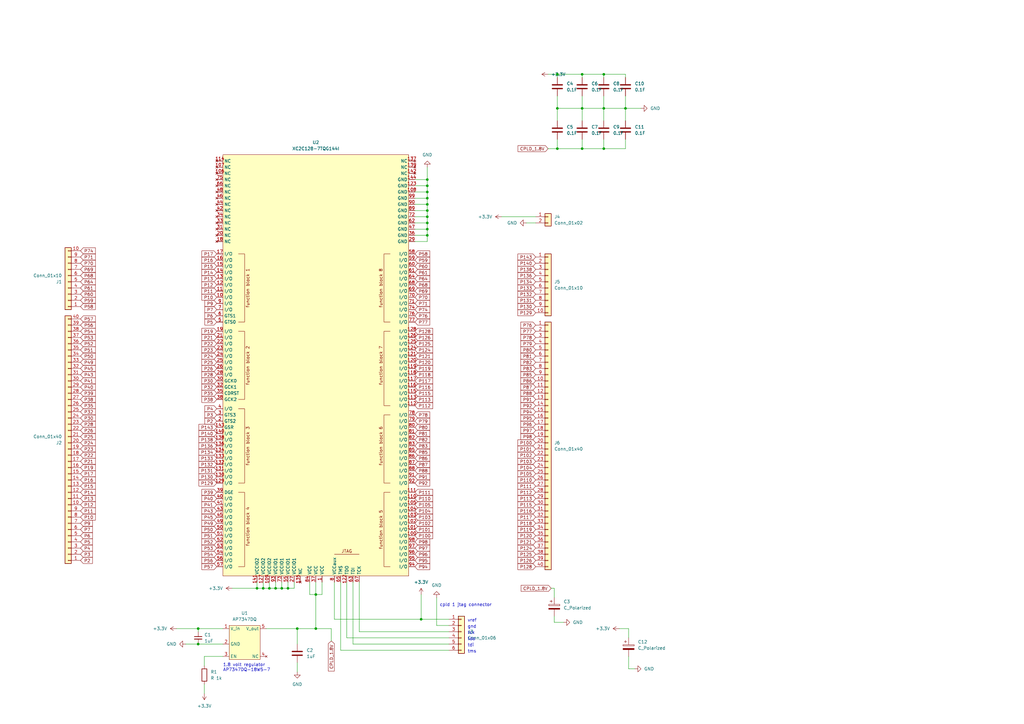
<source format=kicad_sch>
(kicad_sch (version 20211123) (generator eeschema)
  (paper "A3")
  (junction (at 175.26 93.98))
  (junction (at 247.65 60.96))
  (junction (at 172.72 254))
  (junction (at 228.6 44.45))
  (junction (at 175.26 76.2))
  (junction (at 115.57 241.3))
  (junction (at 105.41 241.3))
  (junction (at 256.54 44.45))
  (junction (at 247.65 30.48))
  (junction (at 129.54 243.84))
  (junction (at 247.65 44.45))
  (junction (at 113.03 241.3))
  (junction (at 175.26 96.52))
  (junction (at 238.76 44.45))
  (junction (at 228.6 30.48))
  (junction (at 228.6 60.96))
  (junction (at 110.49 241.3))
  (junction (at 238.76 30.48))
  (junction (at 118.11 241.3))
  (junction (at 175.26 83.82))
  (junction (at 175.26 73.66))
  (junction (at 175.26 88.9))
  (junction (at 175.26 78.74))
  (junction (at 121.92 257.81))
  (junction (at 107.95 241.3))
  (junction (at 129.54 257.81))
  (junction (at 175.26 91.44))
  (junction (at 175.26 81.28))
  (junction (at 81.28 264.16))
  (junction (at 81.28 257.81))
  (junction (at 175.26 86.36))
  (junction (at 238.76 60.96))
  (wire (pts (xy 175.26 81.28) (xy 175.26 83.82)))
  (wire (pts (xy 129.54 243.84) (xy 132.08 243.84)))
  (wire (pts (xy 247.65 30.48) (xy 247.65 31.75)))
  (wire (pts (xy 127 238.76) (xy 127 243.84)))
  (wire (pts (xy 83.82 269.24) (xy 91.44 269.24)))
  (wire (pts (xy 238.76 57.15) (xy 238.76 60.96)))
  (wire (pts (xy 184.15 259.08) (xy 147.32 259.08)))
  (wire (pts (xy 260.35 274.32) (xy 257.81 274.32)))
  (wire (pts (xy 227.33 241.3) (xy 227.33 245.11)))
  (wire (pts (xy 247.65 57.15) (xy 247.65 60.96)))
  (wire (pts (xy 175.26 76.2) (xy 175.26 78.74)))
  (wire (pts (xy 228.6 30.48) (xy 238.76 30.48)))
  (wire (pts (xy 175.26 78.74) (xy 175.26 81.28)))
  (wire (pts (xy 215.9 91.44) (xy 219.71 91.44)))
  (wire (pts (xy 238.76 39.37) (xy 238.76 44.45)))
  (wire (pts (xy 205.74 88.9) (xy 219.71 88.9)))
  (wire (pts (xy 224.79 30.48) (xy 228.6 30.48)))
  (wire (pts (xy 256.54 57.15) (xy 256.54 60.96)))
  (wire (pts (xy 254 257.81) (xy 257.81 257.81)))
  (wire (pts (xy 147.32 259.08) (xy 147.32 238.76)))
  (wire (pts (xy 170.18 83.82) (xy 175.26 83.82)))
  (wire (pts (xy 228.6 44.45) (xy 238.76 44.45)))
  (wire (pts (xy 228.6 39.37) (xy 228.6 44.45)))
  (wire (pts (xy 170.18 93.98) (xy 175.26 93.98)))
  (wire (pts (xy 228.6 44.45) (xy 228.6 49.53)))
  (wire (pts (xy 110.49 238.76) (xy 110.49 241.3)))
  (wire (pts (xy 228.6 60.96) (xy 224.79 60.96)))
  (wire (pts (xy 110.49 241.3) (xy 113.03 241.3)))
  (wire (pts (xy 127 243.84) (xy 129.54 243.84)))
  (wire (pts (xy 238.76 60.96) (xy 228.6 60.96)))
  (wire (pts (xy 120.65 241.3) (xy 120.65 238.76)))
  (wire (pts (xy 256.54 44.45) (xy 256.54 49.53)))
  (wire (pts (xy 107.95 238.76) (xy 107.95 241.3)))
  (wire (pts (xy 129.54 238.76) (xy 129.54 243.84)))
  (wire (pts (xy 256.54 30.48) (xy 256.54 31.75)))
  (wire (pts (xy 81.28 257.81) (xy 81.28 259.08)))
  (wire (pts (xy 184.15 254) (xy 172.72 254)))
  (wire (pts (xy 83.82 273.05) (xy 83.82 269.24)))
  (wire (pts (xy 184.15 261.62) (xy 142.24 261.62)))
  (wire (pts (xy 172.72 243.84) (xy 172.72 254)))
  (wire (pts (xy 95.25 241.3) (xy 105.41 241.3)))
  (wire (pts (xy 135.89 257.81) (xy 129.54 257.81)))
  (wire (pts (xy 72.39 257.81) (xy 81.28 257.81)))
  (wire (pts (xy 175.26 88.9) (xy 175.26 91.44)))
  (wire (pts (xy 227.33 255.27) (xy 227.33 252.73)))
  (wire (pts (xy 175.26 86.36) (xy 175.26 88.9)))
  (wire (pts (xy 81.28 257.81) (xy 91.44 257.81)))
  (wire (pts (xy 175.26 96.52) (xy 175.26 99.06)))
  (wire (pts (xy 118.11 238.76) (xy 118.11 241.3)))
  (wire (pts (xy 175.26 91.44) (xy 175.26 93.98)))
  (wire (pts (xy 238.76 44.45) (xy 238.76 49.53)))
  (wire (pts (xy 257.81 274.32) (xy 257.81 269.24)))
  (wire (pts (xy 137.16 254) (xy 137.16 238.76)))
  (wire (pts (xy 105.41 241.3) (xy 107.95 241.3)))
  (wire (pts (xy 226.06 241.3) (xy 227.33 241.3)))
  (wire (pts (xy 170.18 88.9) (xy 175.26 88.9)))
  (wire (pts (xy 231.14 255.27) (xy 227.33 255.27)))
  (wire (pts (xy 81.28 264.16) (xy 91.44 264.16)))
  (wire (pts (xy 247.65 44.45) (xy 256.54 44.45)))
  (wire (pts (xy 113.03 241.3) (xy 115.57 241.3)))
  (wire (pts (xy 76.2 264.16) (xy 81.28 264.16)))
  (wire (pts (xy 170.18 81.28) (xy 175.26 81.28)))
  (wire (pts (xy 228.6 30.48) (xy 228.6 31.75)))
  (wire (pts (xy 121.92 271.78) (xy 121.92 275.59)))
  (wire (pts (xy 129.54 243.84) (xy 129.54 257.81)))
  (wire (pts (xy 144.78 264.16) (xy 144.78 238.76)))
  (wire (pts (xy 118.11 241.3) (xy 120.65 241.3)))
  (wire (pts (xy 184.15 264.16) (xy 144.78 264.16)))
  (wire (pts (xy 170.18 76.2) (xy 175.26 76.2)))
  (wire (pts (xy 121.92 264.16) (xy 121.92 257.81)))
  (wire (pts (xy 247.65 39.37) (xy 247.65 44.45)))
  (wire (pts (xy 129.54 257.81) (xy 121.92 257.81)))
  (wire (pts (xy 170.18 73.66) (xy 175.26 73.66)))
  (wire (pts (xy 132.08 243.84) (xy 132.08 238.76)))
  (wire (pts (xy 172.72 254) (xy 137.16 254)))
  (wire (pts (xy 175.26 83.82) (xy 175.26 86.36)))
  (wire (pts (xy 238.76 30.48) (xy 247.65 30.48)))
  (wire (pts (xy 115.57 241.3) (xy 118.11 241.3)))
  (wire (pts (xy 179.07 256.54) (xy 179.07 245.11)))
  (wire (pts (xy 170.18 78.74) (xy 175.26 78.74)))
  (wire (pts (xy 142.24 261.62) (xy 142.24 238.76)))
  (wire (pts (xy 257.81 257.81) (xy 257.81 261.62)))
  (wire (pts (xy 256.54 44.45) (xy 262.89 44.45)))
  (wire (pts (xy 238.76 30.48) (xy 238.76 31.75)))
  (wire (pts (xy 107.95 241.3) (xy 110.49 241.3)))
  (wire (pts (xy 105.41 238.76) (xy 105.41 241.3)))
  (wire (pts (xy 83.82 280.67) (xy 83.82 284.48)))
  (wire (pts (xy 175.26 93.98) (xy 175.26 96.52)))
  (wire (pts (xy 113.03 238.76) (xy 113.03 241.3)))
  (wire (pts (xy 247.65 44.45) (xy 247.65 49.53)))
  (wire (pts (xy 115.57 238.76) (xy 115.57 241.3)))
  (wire (pts (xy 175.26 73.66) (xy 175.26 76.2)))
  (wire (pts (xy 135.89 262.89) (xy 135.89 257.81)))
  (wire (pts (xy 184.15 256.54) (xy 179.07 256.54)))
  (wire (pts (xy 170.18 91.44) (xy 175.26 91.44)))
  (wire (pts (xy 170.18 86.36) (xy 175.26 86.36)))
  (wire (pts (xy 139.7 266.7) (xy 139.7 238.76)))
  (wire (pts (xy 256.54 39.37) (xy 256.54 44.45)))
  (wire (pts (xy 256.54 60.96) (xy 247.65 60.96)))
  (wire (pts (xy 121.92 257.81) (xy 109.22 257.81)))
  (wire (pts (xy 238.76 44.45) (xy 247.65 44.45)))
  (wire (pts (xy 247.65 30.48) (xy 256.54 30.48)))
  (wire (pts (xy 184.15 266.7) (xy 139.7 266.7)))
  (wire (pts (xy 170.18 96.52) (xy 175.26 96.52)))
  (wire (pts (xy 228.6 57.15) (xy 228.6 60.96)))
  (wire (pts (xy 247.65 60.96) (xy 238.76 60.96)))
  (wire (pts (xy 175.26 68.58) (xy 175.26 73.66)))
  (wire (pts (xy 175.26 99.06) (xy 170.18 99.06)))
  (text "tdo" (at 191.77 262.89 0) (effects (font (size 1.27 1.27)) (justify left bottom)))
  (text "vref" (at 191.77 255.27 0) (effects (font (size 1.27 1.27)) (justify left bottom)))
  (text "1.8 volt regulator\nAP7347DQ-18W5-7" (at 91.44 275.59 0) (effects (font (size 1.27 1.27)) (justify left bottom)))
  (text "tdi" (at 191.77 265.43 0) (effects (font (size 1.27 1.27)) (justify left bottom)))
  (text "tms" (at 191.77 267.97 0) (effects (font (size 1.27 1.27)) (justify left bottom)))
  (text "tck" (at 191.77 260.35 0) (effects (font (size 1.27 1.27)) (justify left bottom)))
  (text "cpld 1 jtag connector" (at 180.34 248.92 0) (effects (font (size 1.27 1.27)) (justify left bottom)))
  (text "gnd" (at 191.77 257.81 0) (effects (font (size 1.27 1.27)) (justify left bottom)))
  (global_label "P51" (shape input) (at 33.02 143.51 0) (property "Intersheet References" "${INTERSHEET_REFS}" (effects hide)))
  (global_label "P26" (shape input) (at 33.02 176.53 0) (property "Intersheet References" "${INTERSHEET_REFS}" (effects hide)))
  (global_label "P56" (shape input) (at 88.9 229.87 180) (property "Intersheet References" "${INTERSHEET_REFS}" (effects hide)))
  (global_label "P50" (shape input) (at 33.02 146.05 0) (property "Intersheet References" "${INTERSHEET_REFS}" (effects hide)))
  (global_label "P9" (shape input) (at 33.02 214.63 0) (property "Intersheet References" "${INTERSHEET_REFS}" (effects hide)))
  (global_label "P13" (shape input) (at 88.9 114.3 180) (property "Intersheet References" "${INTERSHEET_REFS}" (effects hide)))
  (global_label "P105" (shape input) (at 219.71 194.31 180) (property "Intersheet References" "${INTERSHEET_REFS}" (effects hide)))
  (global_label "P103" (shape input) (at 170.18 212.09 0) (property "Intersheet References" "${INTERSHEET_REFS}" (effects hide)))
  (global_label "P98" (shape input) (at 219.71 179.07 180) (property "Intersheet References" "${INTERSHEET_REFS}" (effects hide)))
  (global_label "P112" (shape input) (at 170.18 166.37 0) (property "Intersheet References" "${INTERSHEET_REFS}" (effects hide)))
  (global_label "P38" (shape input) (at 88.9 163.83 180) (property "Intersheet References" "${INTERSHEET_REFS}" (effects hide)))
  (global_label "P78" (shape input) (at 219.71 138.43 180) (property "Intersheet References" "${INTERSHEET_REFS}" (effects hide)))
  (global_label "P78" (shape input) (at 170.18 170.18 0) (property "Intersheet References" "${INTERSHEET_REFS}" (effects hide)))
  (global_label "P94" (shape input) (at 170.18 232.41 0) (property "Intersheet References" "${INTERSHEET_REFS}" (effects hide)))
  (global_label "P12" (shape input) (at 88.9 116.84 180) (property "Intersheet References" "${INTERSHEET_REFS}" (effects hide)))
  (global_label "P70" (shape input) (at 170.18 121.92 0) (property "Intersheet References" "${INTERSHEET_REFS}" (effects hide)))
  (global_label "P133" (shape input) (at 219.71 118.11 180) (property "Intersheet References" "${INTERSHEET_REFS}" (effects hide)))
  (global_label "P40" (shape input) (at 88.9 204.47 180) (property "Intersheet References" "${INTERSHEET_REFS}" (effects hide)))
  (global_label "P5" (shape input) (at 88.9 132.08 180) (property "Intersheet References" "${INTERSHEET_REFS}" (effects hide)))
  (global_label "P126" (shape input) (at 170.18 138.43 0) (property "Intersheet References" "${INTERSHEET_REFS}" (effects hide)))
  (global_label "P143" (shape input) (at 88.9 175.26 180) (property "Intersheet References" "${INTERSHEET_REFS}" (effects hide)))
  (global_label "P59" (shape input) (at 170.18 106.68 0) (property "Intersheet References" "${INTERSHEET_REFS}" (effects hide)))
  (global_label "P120" (shape input) (at 170.18 148.59 0) (property "Intersheet References" "${INTERSHEET_REFS}" (effects hide)))
  (global_label "P82" (shape input) (at 219.71 148.59 180) (property "Intersheet References" "${INTERSHEET_REFS}" (effects hide)))
  (global_label "P3" (shape input) (at 33.02 227.33 0) (property "Intersheet References" "${INTERSHEET_REFS}" (effects hide)))
  (global_label "P113" (shape input) (at 170.18 163.83 0) (property "Intersheet References" "${INTERSHEET_REFS}" (effects hide)))
  (global_label "P120" (shape input) (at 219.71 219.71 180) (property "Intersheet References" "${INTERSHEET_REFS}" (effects hide)))
  (global_label "P138" (shape input) (at 219.71 110.49 180) (property "Intersheet References" "${INTERSHEET_REFS}" (effects hide)))
  (global_label "P87" (shape input) (at 219.71 158.75 180) (property "Intersheet References" "${INTERSHEET_REFS}" (effects hide)))
  (global_label "P49" (shape input) (at 88.9 214.63 180) (property "Intersheet References" "${INTERSHEET_REFS}" (effects hide)))
  (global_label "P12" (shape input) (at 33.02 207.01 0) (property "Intersheet References" "${INTERSHEET_REFS}" (effects hide)))
  (global_label "P22" (shape input) (at 33.02 186.69 0) (property "Intersheet References" "${INTERSHEET_REFS}" (effects hide)))
  (global_label "P132" (shape input) (at 219.71 120.65 180) (property "Intersheet References" "${INTERSHEET_REFS}" (effects hide)))
  (global_label "P4" (shape input) (at 88.9 167.64 180) (property "Intersheet References" "${INTERSHEET_REFS}" (effects hide)))
  (global_label "P5" (shape input) (at 33.02 222.25 0) (property "Intersheet References" "${INTERSHEET_REFS}" (effects hide)))
  (global_label "P88" (shape input) (at 219.71 161.29 180) (property "Intersheet References" "${INTERSHEET_REFS}" (effects hide)))
  (global_label "P60" (shape input) (at 33.02 120.65 0) (property "Intersheet References" "${INTERSHEET_REFS}" (effects hide)))
  (global_label "P110" (shape input) (at 170.18 204.47 0) (property "Intersheet References" "${INTERSHEET_REFS}" (effects hide)))
  (global_label "P117" (shape input) (at 219.71 212.09 180) (property "Intersheet References" "${INTERSHEET_REFS}" (effects hide)))
  (global_label "P86" (shape input) (at 219.71 156.21 180) (property "Intersheet References" "${INTERSHEET_REFS}" (effects hide)))
  (global_label "P21" (shape input) (at 88.9 138.43 180) (property "Intersheet References" "${INTERSHEET_REFS}" (effects hide)))
  (global_label "P111" (shape input) (at 219.71 199.39 180) (property "Intersheet References" "${INTERSHEET_REFS}" (effects hide)))
  (global_label "P129" (shape input) (at 88.9 198.12 180) (property "Intersheet References" "${INTERSHEET_REFS}" (effects hide)))
  (global_label "P130" (shape input) (at 88.9 195.58 180) (property "Intersheet References" "${INTERSHEET_REFS}" (effects hide)))
  (global_label "P82" (shape input) (at 170.18 180.34 0) (property "Intersheet References" "${INTERSHEET_REFS}" (effects hide)))
  (global_label "P2" (shape input) (at 33.02 229.87 0) (property "Intersheet References" "${INTERSHEET_REFS}" (effects hide)))
  (global_label "P80" (shape input) (at 170.18 175.26 0) (property "Intersheet References" "${INTERSHEET_REFS}" (effects hide)))
  (global_label "P104" (shape input) (at 170.18 209.55 0) (property "Intersheet References" "${INTERSHEET_REFS}" (effects hide)))
  (global_label "P138" (shape input) (at 88.9 180.34 180) (property "Intersheet References" "${INTERSHEET_REFS}" (effects hide)))
  (global_label "P26" (shape input) (at 88.9 151.13 180) (property "Intersheet References" "${INTERSHEET_REFS}" (effects hide)))
  (global_label "P79" (shape input) (at 170.18 172.72 0) (property "Intersheet References" "${INTERSHEET_REFS}" (effects hide)))
  (global_label "P14" (shape input) (at 33.02 201.93 0) (property "Intersheet References" "${INTERSHEET_REFS}" (effects hide)))
  (global_label "P23" (shape input) (at 88.9 143.51 180) (property "Intersheet References" "${INTERSHEET_REFS}" (effects hide)))
  (global_label "P124" (shape input) (at 170.18 143.51 0) (property "Intersheet References" "${INTERSHEET_REFS}" (effects hide)))
  (global_label "P119" (shape input) (at 219.71 217.17 180) (property "Intersheet References" "${INTERSHEET_REFS}" (effects hide)))
  (global_label "P91" (shape input) (at 219.71 163.83 180) (property "Intersheet References" "${INTERSHEET_REFS}" (effects hide)))
  (global_label "P52" (shape input) (at 88.9 222.25 180) (property "Intersheet References" "${INTERSHEET_REFS}" (effects hide)))
  (global_label "P43" (shape input) (at 88.9 209.55 180) (property "Intersheet References" "${INTERSHEET_REFS}" (effects hide)))
  (global_label "P60" (shape input) (at 170.18 109.22 0) (property "Intersheet References" "${INTERSHEET_REFS}" (effects hide)))
  (global_label "P7" (shape input) (at 33.02 217.17 0) (property "Intersheet References" "${INTERSHEET_REFS}" (effects hide)))
  (global_label "P19" (shape input) (at 88.9 135.89 180) (property "Intersheet References" "${INTERSHEET_REFS}" (effects hide)))
  (global_label "P22" (shape input) (at 88.9 140.97 180) (property "Intersheet References" "${INTERSHEET_REFS}" (effects hide)))
  (global_label "P130" (shape input) (at 219.71 125.73 180) (property "Intersheet References" "${INTERSHEET_REFS}" (effects hide)))
  (global_label "P91" (shape input) (at 170.18 195.58 0) (property "Intersheet References" "${INTERSHEET_REFS}" (effects hide)))
  (global_label "P28" (shape input) (at 88.9 153.67 180) (property "Intersheet References" "${INTERSHEET_REFS}" (effects hide)))
  (global_label "P132" (shape input) (at 88.9 190.5 180) (property "Intersheet References" "${INTERSHEET_REFS}" (effects hide)))
  (global_label "P11" (shape input) (at 33.02 209.55 0) (property "Intersheet References" "${INTERSHEET_REFS}" (effects hide)))
  (global_label "P3" (shape input) (at 88.9 170.18 180) (property "Intersheet References" "${INTERSHEET_REFS}" (effects hide)))
  (global_label "P14" (shape input) (at 88.9 111.76 180) (property "Intersheet References" "${INTERSHEET_REFS}" (effects hide)))
  (global_label "P112" (shape input) (at 219.71 201.93 180) (property "Intersheet References" "${INTERSHEET_REFS}" (effects hide)))
  (global_label "P121" (shape input) (at 170.18 146.05 0) (property "Intersheet References" "${INTERSHEET_REFS}" (effects hide)))
  (global_label "P64" (shape input) (at 170.18 114.3 0) (property "Intersheet References" "${INTERSHEET_REFS}" (effects hide)))
  (global_label "P7" (shape input) (at 88.9 127 180) (property "Intersheet References" "${INTERSHEET_REFS}" (effects hide)))
  (global_label "P128" (shape input) (at 219.71 232.41 180) (property "Intersheet References" "${INTERSHEET_REFS}" (effects hide)))
  (global_label "P110" (shape input) (at 219.71 196.85 180) (property "Intersheet References" "${INTERSHEET_REFS}" (effects hide)))
  (global_label "P101" (shape input) (at 219.71 184.15 180) (property "Intersheet References" "${INTERSHEET_REFS}" (effects hide)))
  (global_label "P95" (shape input) (at 170.18 229.87 0) (property "Intersheet References" "${INTERSHEET_REFS}" (effects hide)))
  (global_label "P136" (shape input) (at 88.9 182.88 180) (property "Intersheet References" "${INTERSHEET_REFS}" (effects hide)))
  (global_label "P98" (shape input) (at 170.18 222.25 0) (property "Intersheet References" "${INTERSHEET_REFS}" (effects hide)))
  (global_label "P134" (shape input) (at 88.9 185.42 180) (property "Intersheet References" "${INTERSHEET_REFS}" (effects hide)))
  (global_label "P81" (shape input) (at 170.18 177.8 0) (property "Intersheet References" "${INTERSHEET_REFS}" (effects hide)))
  (global_label "P113" (shape input) (at 219.71 204.47 180) (property "Intersheet References" "${INTERSHEET_REFS}" (effects hide)))
  (global_label "P51" (shape input) (at 88.9 219.71 180) (property "Intersheet References" "${INTERSHEET_REFS}" (effects hide)))
  (global_label "P85" (shape input) (at 170.18 185.42 0) (property "Intersheet References" "${INTERSHEET_REFS}" (effects hide)))
  (global_label "P69" (shape input) (at 170.18 119.38 0) (property "Intersheet References" "${INTERSHEET_REFS}" (effects hide)))
  (global_label "P9" (shape input) (at 88.9 124.46 180) (property "Intersheet References" "${INTERSHEET_REFS}" (effects hide)))
  (global_label "P39" (shape input) (at 88.9 201.93 180) (property "Intersheet References" "${INTERSHEET_REFS}" (effects hide)))
  (global_label "P80" (shape input) (at 219.71 143.51 180) (property "Intersheet References" "${INTERSHEET_REFS}" (effects hide)))
  (global_label "P24" (shape input) (at 88.9 146.05 180) (property "Intersheet References" "${INTERSHEET_REFS}" (effects hide)))
  (global_label "P41" (shape input) (at 33.02 156.21 0) (property "Intersheet References" "${INTERSHEET_REFS}" (effects hide)))
  (global_label "P95" (shape input) (at 219.71 171.45 180) (property "Intersheet References" "${INTERSHEET_REFS}" (effects hide)))
  (global_label "P40" (shape input) (at 33.02 158.75 0) (property "Intersheet References" "${INTERSHEET_REFS}" (effects hide)))
  (global_label "P15" (shape input) (at 88.9 109.22 180) (property "Intersheet References" "${INTERSHEET_REFS}" (effects hide)))
  (global_label "P56" (shape input) (at 33.02 133.35 0) (property "Intersheet References" "${INTERSHEET_REFS}" (effects hide)))
  (global_label "P39" (shape input) (at 33.02 161.29 0) (property "Intersheet References" "${INTERSHEET_REFS}" (effects hide)))
  (global_label "P74" (shape input) (at 33.02 102.87 0) (property "Intersheet References" "${INTERSHEET_REFS}" (effects hide)))
  (global_label "P97" (shape input) (at 219.71 176.53 180) (property "Intersheet References" "${INTERSHEET_REFS}" (effects hide)))
  (global_label "P129" (shape input) (at 219.71 128.27 180) (property "Intersheet References" "${INTERSHEET_REFS}" (effects hide)))
  (global_label "P71" (shape input) (at 33.02 105.41 0) (property "Intersheet References" "${INTERSHEET_REFS}" (effects hide)))
  (global_label "P111" (shape input) (at 170.18 201.93 0) (property "Intersheet References" "${INTERSHEET_REFS}" (effects hide)))
  (global_label "P68" (shape input) (at 170.18 116.84 0) (property "Intersheet References" "${INTERSHEET_REFS}" (effects hide)))
  (global_label "P35" (shape input) (at 33.02 166.37 0) (property "Intersheet References" "${INTERSHEET_REFS}" (effects hide)))
  (global_label "P101" (shape input) (at 170.18 217.17 0) (property "Intersheet References" "${INTERSHEET_REFS}" (effects hide)))
  (global_label "P115" (shape input) (at 170.18 161.29 0) (property "Intersheet References" "${INTERSHEET_REFS}" (effects hide)))
  (global_label "P125" (shape input) (at 219.71 227.33 180) (property "Intersheet References" "${INTERSHEET_REFS}" (effects hide)))
  (global_label "P32" (shape input) (at 33.02 168.91 0) (property "Intersheet References" "${INTERSHEET_REFS}" (effects hide)))
  (global_label "P17" (shape input) (at 88.9 104.14 180) (property "Intersheet References" "${INTERSHEET_REFS}" (effects hide)))
  (global_label "P6" (shape input) (at 33.02 219.71 0) (property "Intersheet References" "${INTERSHEET_REFS}" (effects hide)))
  (global_label "P19" (shape input) (at 33.02 191.77 0) (property "Intersheet References" "${INTERSHEET_REFS}" (effects hide)))
  (global_label "P13" (shape input) (at 33.02 204.47 0) (property "Intersheet References" "${INTERSHEET_REFS}" (effects hide)))
  (global_label "P136" (shape input) (at 219.71 113.03 180) (property "Intersheet References" "${INTERSHEET_REFS}" (effects hide)))
  (global_label "P140" (shape input) (at 219.71 107.95 180) (property "Intersheet References" "${INTERSHEET_REFS}" (effects hide)))
  (global_label "P54" (shape input) (at 88.9 227.33 180) (property "Intersheet References" "${INTERSHEET_REFS}" (effects hide)))
  (global_label "P16" (shape input) (at 88.9 106.68 180) (property "Intersheet References" "${INTERSHEET_REFS}" (effects hide)))
  (global_label "P16" (shape input) (at 33.02 196.85 0) (property "Intersheet References" "${INTERSHEET_REFS}" (effects hide)))
  (global_label "P96" (shape input) (at 170.18 227.33 0) (property "Intersheet References" "${INTERSHEET_REFS}" (effects hide)))
  (global_label "P30" (shape input) (at 88.9 156.21 180) (property "Intersheet References" "${INTERSHEET_REFS}" (effects hide)))
  (global_label "P125" (shape input) (at 170.18 140.97 0) (property "Intersheet References" "${INTERSHEET_REFS}" (effects hide)))
  (global_label "P97" (shape input) (at 170.18 224.79 0) (property "Intersheet References" "${INTERSHEET_REFS}" (effects hide)))
  (global_label "P64" (shape input) (at 33.02 115.57 0) (property "Intersheet References" "${INTERSHEET_REFS}" (effects hide)))
  (global_label "P21" (shape input) (at 33.02 189.23 0) (property "Intersheet References" "${INTERSHEET_REFS}" (effects hide)))
  (global_label "P118" (shape input) (at 219.71 214.63 180) (property "Intersheet References" "${INTERSHEET_REFS}" (effects hide)))
  (global_label "P94" (shape input) (at 219.71 168.91 180) (property "Intersheet References" "${INTERSHEET_REFS}" (effects hide)))
  (global_label "P85" (shape input) (at 219.71 153.67 180) (property "Intersheet References" "${INTERSHEET_REFS}" (effects hide)))
  (global_label "CPLD_1.8V" (shape input) (at 226.06 241.3 180) (property "Intersheet References" "${INTERSHEET_REFS}" (effects hide)))
  (global_label "P24" (shape input) (at 33.02 181.61 0) (property "Intersheet References" "${INTERSHEET_REFS}" (effects hide)))
  (global_label "P100" (shape input) (at 170.18 219.71 0) (property "Intersheet References" "${INTERSHEET_REFS}" (effects hide)))
  (global_label "P131" (shape input) (at 219.71 123.19 180) (property "Intersheet References" "${INTERSHEET_REFS}" (effects hide)))
  (global_label "P10" (shape input) (at 88.9 121.92 180) (property "Intersheet References" "${INTERSHEET_REFS}" (effects hide)))
  (global_label "P54" (shape input) (at 33.02 135.89 0) (property "Intersheet References" "${INTERSHEET_REFS}" (effects hide)))
  (global_label "P102" (shape input) (at 170.18 214.63 0) (property "Intersheet References" "${INTERSHEET_REFS}" (effects hide)))
  (global_label "P77" (shape input) (at 219.71 135.89 180) (property "Intersheet References" "${INTERSHEET_REFS}" (effects hide)))
  (global_label "P52" (shape input) (at 33.02 140.97 0) (property "Intersheet References" "${INTERSHEET_REFS}" (effects hide)))
  (global_label "P38" (shape input) (at 33.02 163.83 0) (property "Intersheet References" "${INTERSHEET_REFS}" (effects hide)))
  (global_label "P79" (shape input) (at 219.71 140.97 180) (property "Intersheet References" "${INTERSHEET_REFS}" (effects hide)))
  (global_label "P69" (shape input) (at 33.02 110.49 0) (property "Intersheet References" "${INTERSHEET_REFS}" (effects hide)))
  (global_label "P10" (shape input) (at 33.02 212.09 0) (property "Intersheet References" "${INTERSHEET_REFS}" (effects hide)))
  (global_label "P92" (shape input) (at 219.71 166.37 180) (property "Intersheet References" "${INTERSHEET_REFS}" (effects hide)))
  (global_label "P100" (shape input) (at 219.71 181.61 180) (property "Intersheet References" "${INTERSHEET_REFS}" (effects hide)))
  (global_label "CPLD_1.8V" (shape input) (at 224.79 60.96 180) (property "Intersheet References" "${INTERSHEET_REFS}" (effects hide)))
  (global_label "P41" (shape input) (at 88.9 207.01 180) (property "Intersheet References" "${INTERSHEET_REFS}" (effects hide)))
  (global_label "P126" (shape input) (at 219.71 229.87 180) (property "Intersheet References" "${INTERSHEET_REFS}" (effects hide)))
  (global_label "P124" (shape input) (at 219.71 224.79 180) (property "Intersheet References" "${INTERSHEET_REFS}" (effects hide)))
  (global_label "P32" (shape input) (at 88.9 158.75 180) (property "Intersheet References" "${INTERSHEET_REFS}" (effects hide)))
  (global_label "P57" (shape input) (at 33.02 130.81 0) (property "Intersheet References" "${INTERSHEET_REFS}" (effects hide)))
  (global_label "P83" (shape input) (at 219.71 151.13 180) (property "Intersheet References" "${INTERSHEET_REFS}" (effects hide)))
  (global_label "P58" (shape input) (at 33.02 125.73 0) (property "Intersheet References" "${INTERSHEET_REFS}" (effects hide)))
  (global_label "P49" (shape input) (at 33.02 148.59 0) (property "Intersheet References" "${INTERSHEET_REFS}" (effects hide)))
  (global_label "P76" (shape input) (at 170.18 129.54 0) (property "Intersheet References" "${INTERSHEET_REFS}" (effects hide)))
  (global_label "P134" (shape input) (at 219.71 115.57 180) (property "Intersheet References" "${INTERSHEET_REFS}" (effects hide)))
  (global_label "P140" (shape input) (at 88.9 177.8 180) (property "Intersheet References" "${INTERSHEET_REFS}" (effects hide)))
  (global_label "P88" (shape input) (at 170.18 193.04 0) (property "Intersheet References" "${INTERSHEET_REFS}" (effects hide)))
  (global_label "P15" (shape input) (at 33.02 199.39 0) (property "Intersheet References" "${INTERSHEET_REFS}" (effects hide)))
  (global_label "P70" (shape input) (at 33.02 107.95 0) (property "Intersheet References" "${INTERSHEET_REFS}" (effects hide)))
  (global_label "P30" (shape input) (at 33.02 171.45 0) (property "Intersheet References" "${INTERSHEET_REFS}" (effects hide)))
  (global_label "P71" (shape input) (at 170.18 124.46 0) (property "Intersheet References" "${INTERSHEET_REFS}" (effects hide)))
  (global_label "P81" (shape input) (at 219.71 146.05 180) (property "Intersheet References" "${INTERSHEET_REFS}" (effects hide)))
  (global_label "P4" (shape input) (at 33.02 224.79 0) (property "Intersheet References" "${INTERSHEET_REFS}" (effects hide)))
  (global_label "P133" (shape input) (at 88.9 187.96 180) (property "Intersheet References" "${INTERSHEET_REFS}" (effects hide)))
  (global_label "P17" (shape input) (at 33.02 194.31 0) (property "Intersheet References" "${INTERSHEET_REFS}" (effects hide)))
  (global_label "P115" (shape input) (at 219.71 207.01 180) (property "Intersheet References" "${INTERSHEET_REFS}" (effects hide)))
  (global_label "P83" (shape input) (at 170.18 182.88 0) (property "Intersheet References" "${INTERSHEET_REFS}" (effects hide)))
  (global_label "P143" (shape input) (at 219.71 105.41 180) (property "Intersheet References" "${INTERSHEET_REFS}" (effects hide)))
  (global_label "CPLD_1.8V" (shape input) (at 135.89 262.89 270) (property "Intersheet References" "${INTERSHEET_REFS}" (effects hide)))
  (global_label "P23" (shape input) (at 33.02 184.15 0) (property "Intersheet References" "${INTERSHEET_REFS}" (effects hide)))
  (global_label "P86" (shape input) (at 170.18 187.96 0) (property "Intersheet References" "${INTERSHEET_REFS}" (effects hide)))
  (global_label "P117" (shape input) (at 170.18 156.21 0) (property "Intersheet References" "${INTERSHEET_REFS}" (effects hide)))
  (global_label "P68" (shape input) (at 33.02 113.03 0) (property "Intersheet References" "${INTERSHEET_REFS}" (effects hide)))
  (global_label "P103" (shape input) (at 219.71 189.23 180) (property "Intersheet References" "${INTERSHEET_REFS}" (effects hide)))
  (global_label "P118" (shape input) (at 170.18 153.67 0) (property "Intersheet References" "${INTERSHEET_REFS}" (effects hide)))
  (global_label "P77" (shape input) (at 170.18 132.08 0) (property "Intersheet References" "${INTERSHEET_REFS}" (effects hide)))
  (global_label "P11" (shape input) (at 88.9 119.38 180) (property "Intersheet References" "${INTERSHEET_REFS}" (effects hide)))
  (global_label "P105" (shape input) (at 170.18 207.01 0) (property "Intersheet References" "${INTERSHEET_REFS}" (effects hide)))
  (global_label "P53" (shape input) (at 33.02 138.43 0) (property "Intersheet References" "${INTERSHEET_REFS}" (effects hide)))
  (global_label "P92" (shape input) (at 170.18 198.12 0) (property "Intersheet References" "${INTERSHEET_REFS}" (effects hide)))
  (global_label "P116" (shape input) (at 219.71 209.55 180) (property "Intersheet References" "${INTERSHEET_REFS}" (effects hide)))
  (global_label "P25" (shape input) (at 33.02 179.07 0) (property "Intersheet References" "${INTERSHEET_REFS}" (effects hide)))
  (global_label "P131" (shape input) (at 88.9 193.04 180) (property "Intersheet References" "${INTERSHEET_REFS}" (effects hide)))
  (global_label "P57" (shape input) (at 88.9 232.41 180) (property "Intersheet References" "${INTERSHEET_REFS}" (effects hide)))
  (global_label "P87" (shape input) (at 170.18 190.5 0) (property "Intersheet References" "${INTERSHEET_REFS}" (effects hide)))
  (global_label "P2" (shape input) (at 88.9 172.72 180) (property "Intersheet References" "${INTERSHEET_REFS}" (effects hide)))
  (global_label "P6" (shape input) (at 88.9 129.54 180) (property "Intersheet References" "${INTERSHEET_REFS}" (effects hide)))
  (global_label "P102" (shape input) (at 219.71 186.69 180) (property "Intersheet References" "${INTERSHEET_REFS}" (effects hide)))
  (global_label "P53" (shape input) (at 88.9 224.79 180) (property "Intersheet References" "${INTERSHEET_REFS}" (effects hide)))
  (global_label "P28" (shape input) (at 33.02 173.99 0) (property "Intersheet References" "${INTERSHEET_REFS}" (effects hide)))
  (global_label "P58" (shape input) (at 170.18 104.14 0) (property "Intersheet References" "${INTERSHEET_REFS}" (effects hide)))
  (global_label "P61" (shape input) (at 33.02 118.11 0) (property "Intersheet References" "${INTERSHEET_REFS}" (effects hide)))
  (global_label "P43" (shape input) (at 33.02 153.67 0) (property "Intersheet References" "${INTERSHEET_REFS}" (effects hide)))
  (global_label "P25" (shape input) (at 88.9 148.59 180) (property "Intersheet References" "${INTERSHEET_REFS}" (effects hide)))
  (global_label "P96" (shape input) (at 219.71 173.99 180) (property "Intersheet References" "${INTERSHEET_REFS}" (effects hide)))
  (global_label "P45" (shape input) (at 33.02 151.13 0) (property "Intersheet References" "${INTERSHEET_REFS}" (effects hide)))
  (global_label "P35" (shape input) (at 88.9 161.29 180) (property "Intersheet References" "${INTERSHEET_REFS}" (effects hide)))
  (global_label "P104" (shape input) (at 219.71 191.77 180) (property "Intersheet References" "${INTERSHEET_REFS}" (effects hide)))
  (global_label "P116" (shape input) (at 170.18 158.75 0) (property "Intersheet References" "${INTERSHEET_REFS}" (effects hide)))
  (global_label "P61" (shape input) (at 170.18 111.76 0) (property "Intersheet References" "${INTERSHEET_REFS}" (effects hide)))
  (global_label "P59" (shape input) (at 33.02 123.19 0) (property "Intersheet References" "${INTERSHEET_REFS}" (effects hide)))
  (global_label "P121" (shape input) (at 219.71 222.25 180) (property "Intersheet References" "${INTERSHEET_REFS}" (effects hide)))
  (global_label "P74" (shape input) (at 170.18 127 0) (property "Intersheet References" "${INTERSHEET_REFS}" (effects hide)))
  (global_label "P50" (shape input) (at 88.9 217.17 180) (property "Intersheet References" "${INTERSHEET_REFS}" (effects hide)))
  (global_label "P119" (shape input) (at 170.18 151.13 0) (property "Intersheet References" "${INTERSHEET_REFS}" (effects hide)))
  (global_label "P45" (shape input) (at 88.9 212.09 180) (property "Intersheet References" "${INTERSHEET_REFS}" (effects hide)))
  (global_label "P128" (shape input) (at 170.18 135.89 0) (property "Intersheet References" "${INTERSHEET_REFS}" (effects hide)))
  (global_label "P76" (shape input) (at 219.71 133.35 180) (property "Intersheet References" "${INTERSHEET_REFS}" (effects hide)))
  (symbol (lib_id "power:+3.3V") (at 205.74 88.9 90) (unit 1)
    (property "Reference" "#PWR09" (effects hide))
    (property "Value" "+3.3V" (at 201.93 88.8999 90) (effects (justify left)))
  )
  (symbol (lib_id "Device:C_Small") (at 81.28 261.62 0) (unit 1)
    (property "Reference" "C1" (at 83.82 260.3562 0) (effects (justify left)))
    (property "Value" "1uF" (at 83.82 262.8962 0) (effects (justify left)))
    (property "Footprint" "Capacitor_THT:C_Disc_D5.0mm_W2.5mm_P5.00mm" (effects hide))
  )
  (symbol (lib_id "power:+3.3V") (at 83.82 284.48 180) (unit 1)
    (property "Reference" "#PWR03" (effects hide))
    (property "Value" "+3.3V" (at 83.82 289.56 0))
  )
  (symbol (lib_id "power:GND") (at 231.14 255.27 90) (unit 1)
    (property "Reference" "#PWR012" (effects hide))
    (property "Value" "GND" (at 234.95 255.2699 90) (effects (justify right)))
  )
  (symbol (lib_id "power:GND") (at 76.2 264.16 270) (unit 1)
    (property "Reference" "#PWR02" (effects hide))
    (property "Value" "GND" (at 72.39 264.1599 90) (effects (justify right)))
  )
  (symbol (lib_id "power:GND") (at 121.92 275.59 0) (unit 1)
    (property "Reference" "#PWR05" (effects hide))
    (property "Value" "GND" (at 121.92 280.67 0))
  )
  (symbol (lib_id "power:+3.3V") (at 172.72 243.84 0) (unit 1)
    (property "Reference" "#PWR06" (effects hide))
    (property "Value" "+3.3V" (at 172.72 238.76 0))
  )
  (symbol (lib_id "Connector_Generic:Conn_01x02") (at 224.79 88.9 0) (unit 1)
    (property "Reference" "J4" (at 227.33 88.8999 0) (effects (justify left)))
    (property "Value" "Conn_01x02" (at 227.33 91.4399 0) (effects (justify left)))
    (property "Footprint" "Connector_PinHeader_2.54mm:PinHeader_1x02_P2.54mm_Vertical" (effects hide))
  )
  (symbol (lib_id "Device:C") (at 256.54 53.34 0) (unit 1)
    (property "Reference" "C11" (at 260.35 52.0699 0) (effects (justify left)))
    (property "Value" "0.1F" (at 260.35 54.6099 0) (effects (justify left)))
    (property "Footprint" "Capacitor_THT:C_Disc_D5.0mm_W2.5mm_P5.00mm" (effects hide))
  )
  (symbol (lib_id "Connector_Generic:Conn_01x40") (at 27.94 181.61 180) (unit 1)
    (property "Reference" "J2" (at 25.4 181.6101 0) (effects (justify left)))
    (property "Value" "Conn_01x40" (at 25.4 179.0701 0) (effects (justify left)))
    (property "Footprint" "Connector_PinHeader_2.54mm:PinHeader_1x40_P2.54mm_Vertical" (effects hide))
  )
  (symbol (lib_id "power:GND") (at 260.35 274.32 90) (unit 1)
    (property "Reference" "#PWR014" (effects hide))
    (property "Value" "GND" (at 264.16 274.3199 90) (effects (justify right)))
  )
  (symbol (lib_id "Device:C") (at 121.92 267.97 0) (unit 1)
    (property "Reference" "C2" (at 125.73 266.6999 0) (effects (justify left)))
    (property "Value" "1uF" (at 125.73 269.2399 0) (effects (justify left)))
    (property "Footprint" "Capacitor_THT:C_Disc_D5.0mm_W2.5mm_P5.00mm" (effects hide))
  )
  (symbol (lib_id "Device:C") (at 238.76 53.34 0) (unit 1)
    (property "Reference" "C7" (at 242.57 52.0699 0) (effects (justify left)))
    (property "Value" "0.1F" (at 242.57 54.6099 0) (effects (justify left)))
    (property "Footprint" "Capacitor_THT:C_Disc_D5.0mm_W2.5mm_P5.00mm" (effects hide))
  )
  (symbol (lib_id "mylibrary:XC2C128-7TQG144I") (at 128.27 121.92 0) (unit 1)
    (property "Reference" "U2" (at 129.54 58.42 0))
    (property "Value" "XC2C128-7TQG144I" (at 129.54 60.96 0))
    (property "Footprint" "Package_QFP:TQFP-144_20x20mm_P0.5mm" (effects hide))
  )
  (symbol (lib_id "power:GND") (at 262.89 44.45 90) (unit 1)
    (property "Reference" "#PWR015" (effects hide))
    (property "Value" "GND" (at 266.7 44.4499 90) (effects (justify right)))
  )
  (symbol (lib_id "Device:C_Polarized") (at 257.81 265.43 0) (unit 1)
    (property "Reference" "C12" (at 261.62 263.2709 0) (effects (justify left)))
    (property "Value" "C_Polarized" (at 261.62 265.8109 0) (effects (justify left)))
    (property "Footprint" "Capacitor_THT:CP_Radial_D5.0mm_P2.50mm" (effects hide))
  )
  (symbol (lib_id "power:GND") (at 175.26 68.58 180) (unit 1)
    (property "Reference" "#PWR07" (effects hide))
    (property "Value" "GND" (at 175.26 63.5 0))
  )
  (symbol (lib_id "Device:C") (at 256.54 35.56 0) (unit 1)
    (property "Reference" "C10" (at 260.35 34.2899 0) (effects (justify left)))
    (property "Value" "0.1F" (at 260.35 36.8299 0) (effects (justify left)))
    (property "Footprint" "Capacitor_THT:C_Disc_D5.0mm_W2.5mm_P5.00mm" (effects hide))
  )
  (symbol (lib_id "Connector_Generic:Conn_01x06") (at 189.23 259.08 0) (unit 1)
    (property "Reference" "J3" (at 191.77 259.0799 0) (effects (justify left)))
    (property "Value" "Conn_01x06" (at 191.77 261.6199 0) (effects (justify left)))
    (property "Footprint" "Connector_PinHeader_2.54mm:PinHeader_1x06_P2.54mm_Vertical" (effects hide))
  )
  (symbol (lib_id "power:+3.3V") (at 72.39 257.81 90) (unit 1)
    (property "Reference" "#PWR01" (effects hide))
    (property "Value" "+3.3V" (at 68.58 257.8099 90) (effects (justify left)))
  )
  (symbol (lib_id "power:GND") (at 215.9 91.44 270) (unit 1)
    (property "Reference" "#PWR010" (effects hide))
    (property "Value" "GND" (at 212.09 91.4399 90) (effects (justify right)))
  )
  (symbol (lib_id "Device:R") (at 83.82 276.86 0) (unit 1)
    (property "Reference" "R1" (at 86.36 275.5899 0) (effects (justify left)))
    (property "Value" "R 1k" (at 86.36 278.1299 0) (effects (justify left)))
    (property "Footprint" "Resistor_THT:R_Axial_DIN0207_L6.3mm_D2.5mm_P10.16mm_Horizontal" (effects hide))
  )
  (symbol (lib_id "Connector_Generic:Conn_01x40") (at 224.79 181.61 0) (unit 1)
    (property "Reference" "J6" (at 227.33 181.6099 0) (effects (justify left)))
    (property "Value" "Conn_01x40" (at 227.33 184.1499 0) (effects (justify left)))
    (property "Footprint" "Connector_PinHeader_2.54mm:PinHeader_1x40_P2.54mm_Vertical" (effects hide))
  )
  (symbol (lib_id "Connector_Generic:Conn_01x10") (at 27.94 115.57 180) (unit 1)
    (property "Reference" "J1" (at 25.4 115.5701 0) (effects (justify left)))
    (property "Value" "Conn_01x10" (at 25.4 113.0301 0) (effects (justify left)))
    (property "Footprint" "Connector_PinHeader_2.54mm:PinHeader_1x10_P2.54mm_Vertical" (effects hide))
  )
  (symbol (lib_id "mylibrary:AP7347DQ") (at 101.6 264.16 270) (unit 1)
    (property "Reference" "U1" (at 100.33 251.46 90))
    (property "Value" "AP7347DQ" (at 100.33 254 90))
    (property "Footprint" "z80yeet newer:SOT25" (effects hide))
  )
  (symbol (lib_id "Connector_Generic:Conn_01x10") (at 224.79 115.57 0) (unit 1)
    (property "Reference" "J5" (at 227.33 115.5699 0) (effects (justify left)))
    (property "Value" "Conn_01x10" (at 227.33 118.1099 0) (effects (justify left)))
    (property "Footprint" "Connector_PinHeader_2.54mm:PinHeader_1x10_P2.54mm_Vertical" (effects hide))
  )
  (symbol (lib_id "Device:C") (at 247.65 35.56 0) (unit 1)
    (property "Reference" "C8" (at 251.46 34.2899 0) (effects (justify left)))
    (property "Value" "0.1F" (at 251.46 36.8299 0) (effects (justify left)))
    (property "Footprint" "Capacitor_THT:C_Disc_D5.0mm_W2.5mm_P5.00mm" (effects hide))
  )
  (symbol (lib_id "power:+3.3V") (at 224.79 30.48 90) (unit 1)
    (property "Reference" "#PWR011" (effects hide))
    (property "Value" "+3.3V" (at 226.06 30.4799 90) (effects (justify right)))
  )
  (symbol (lib_id "Device:C") (at 247.65 53.34 0) (unit 1)
    (property "Reference" "C9" (at 251.46 52.0699 0) (effects (justify left)))
    (property "Value" "0.1F" (at 251.46 54.6099 0) (effects (justify left)))
    (property "Footprint" "Capacitor_THT:C_Disc_D5.0mm_W2.5mm_P5.00mm" (effects hide))
  )
  (symbol (lib_id "Device:C") (at 238.76 35.56 0) (unit 1)
    (property "Reference" "C6" (at 242.57 34.2899 0) (effects (justify left)))
    (property "Value" "0.1F" (at 242.57 36.8299 0) (effects (justify left)))
    (property "Footprint" "Capacitor_THT:C_Disc_D5.0mm_W2.5mm_P5.00mm" (effects hide))
  )
  (symbol (lib_id "power:+3.3V") (at 95.25 241.3 90) (unit 1)
    (property "Reference" "#PWR04" (effects hide))
    (property "Value" "+3.3V" (at 91.44 241.2999 90) (effects (justify left)))
  )
  (symbol (lib_id "Device:C_Polarized") (at 227.33 248.92 0) (unit 1)
    (property "Reference" "C3" (at 231.14 246.7609 0) (effects (justify left)))
    (property "Value" "C_Polarized" (at 231.14 249.3009 0) (effects (justify left)))
    (property "Footprint" "Capacitor_THT:CP_Radial_D5.0mm_P2.50mm" (effects hide))
  )
  (symbol (lib_id "power:+3.3V") (at 254 257.81 90) (unit 1)
    (property "Reference" "#PWR013" (effects hide))
    (property "Value" "+3.3V" (at 250.19 257.8099 90) (effects (justify left)))
  )
  (symbol (lib_id "power:GND") (at 179.07 245.11 180) (unit 1)
    (property "Reference" "#PWR08" (effects hide))
    (property "Value" "GND" (at 179.07 240.03 0))
  )
  (symbol (lib_id "Device:C") (at 228.6 53.34 0) (unit 1)
    (property "Reference" "C5" (at 232.41 52.0699 0) (effects (justify left)))
    (property "Value" "0.1F" (at 232.41 54.6099 0) (effects (justify left)))
    (property "Footprint" "Capacitor_THT:C_Disc_D5.0mm_W2.5mm_P5.00mm" (effects hide))
  )
  (symbol (lib_id "Device:C") (at 228.6 35.56 0) (unit 1)
    (property "Reference" "C4" (at 232.41 34.2899 0) (effects (justify left)))
    (property "Value" "0.1F" (at 232.41 36.8299 0) (effects (justify left)))
    (property "Footprint" "Capacitor_THT:C_Disc_D5.0mm_W2.5mm_P5.00mm" (effects hide))
  )
)
</source>
